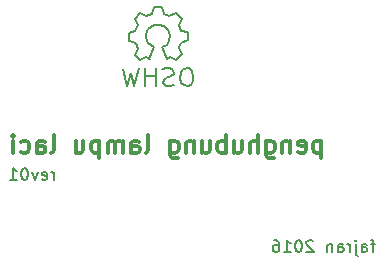
<source format=gbr>
G04 #@! TF.FileFunction,Legend,Bot*
%FSLAX46Y46*%
G04 Gerber Fmt 4.6, Leading zero omitted, Abs format (unit mm)*
G04 Created by KiCad (PCBNEW 4.0.2+e4-6225~38~ubuntu15.04.1-stable) date di 02 aug 2016 05:28:45 CEST*
%MOMM*%
G01*
G04 APERTURE LIST*
%ADD10C,0.100000*%
%ADD11C,0.150000*%
%ADD12C,0.300000*%
G04 APERTURE END LIST*
D10*
D11*
X153979334Y-126944381D02*
X153979334Y-126277714D01*
X153979334Y-126468190D02*
X153931715Y-126372952D01*
X153884096Y-126325333D01*
X153788858Y-126277714D01*
X153693619Y-126277714D01*
X152979333Y-126896762D02*
X153074571Y-126944381D01*
X153265048Y-126944381D01*
X153360286Y-126896762D01*
X153407905Y-126801524D01*
X153407905Y-126420571D01*
X153360286Y-126325333D01*
X153265048Y-126277714D01*
X153074571Y-126277714D01*
X152979333Y-126325333D01*
X152931714Y-126420571D01*
X152931714Y-126515810D01*
X153407905Y-126611048D01*
X152598381Y-126277714D02*
X152360286Y-126944381D01*
X152122190Y-126277714D01*
X151550762Y-125944381D02*
X151455523Y-125944381D01*
X151360285Y-125992000D01*
X151312666Y-126039619D01*
X151265047Y-126134857D01*
X151217428Y-126325333D01*
X151217428Y-126563429D01*
X151265047Y-126753905D01*
X151312666Y-126849143D01*
X151360285Y-126896762D01*
X151455523Y-126944381D01*
X151550762Y-126944381D01*
X151646000Y-126896762D01*
X151693619Y-126849143D01*
X151741238Y-126753905D01*
X151788857Y-126563429D01*
X151788857Y-126325333D01*
X151741238Y-126134857D01*
X151693619Y-126039619D01*
X151646000Y-125992000D01*
X151550762Y-125944381D01*
X150265047Y-126944381D02*
X150836476Y-126944381D01*
X150550762Y-126944381D02*
X150550762Y-125944381D01*
X150646000Y-126087238D01*
X150741238Y-126182476D01*
X150836476Y-126230095D01*
D12*
X176611714Y-123630571D02*
X176611714Y-125130571D01*
X176611714Y-123702000D02*
X176468857Y-123630571D01*
X176183143Y-123630571D01*
X176040286Y-123702000D01*
X175968857Y-123773429D01*
X175897428Y-123916286D01*
X175897428Y-124344857D01*
X175968857Y-124487714D01*
X176040286Y-124559143D01*
X176183143Y-124630571D01*
X176468857Y-124630571D01*
X176611714Y-124559143D01*
X174683143Y-124559143D02*
X174826000Y-124630571D01*
X175111714Y-124630571D01*
X175254571Y-124559143D01*
X175326000Y-124416286D01*
X175326000Y-123844857D01*
X175254571Y-123702000D01*
X175111714Y-123630571D01*
X174826000Y-123630571D01*
X174683143Y-123702000D01*
X174611714Y-123844857D01*
X174611714Y-123987714D01*
X175326000Y-124130571D01*
X173968857Y-123630571D02*
X173968857Y-124630571D01*
X173968857Y-123773429D02*
X173897429Y-123702000D01*
X173754571Y-123630571D01*
X173540286Y-123630571D01*
X173397429Y-123702000D01*
X173326000Y-123844857D01*
X173326000Y-124630571D01*
X171968857Y-123630571D02*
X171968857Y-124844857D01*
X172040286Y-124987714D01*
X172111714Y-125059143D01*
X172254571Y-125130571D01*
X172468857Y-125130571D01*
X172611714Y-125059143D01*
X171968857Y-124559143D02*
X172111714Y-124630571D01*
X172397428Y-124630571D01*
X172540286Y-124559143D01*
X172611714Y-124487714D01*
X172683143Y-124344857D01*
X172683143Y-123916286D01*
X172611714Y-123773429D01*
X172540286Y-123702000D01*
X172397428Y-123630571D01*
X172111714Y-123630571D01*
X171968857Y-123702000D01*
X171254571Y-124630571D02*
X171254571Y-123130571D01*
X170611714Y-124630571D02*
X170611714Y-123844857D01*
X170683143Y-123702000D01*
X170826000Y-123630571D01*
X171040285Y-123630571D01*
X171183143Y-123702000D01*
X171254571Y-123773429D01*
X169254571Y-123630571D02*
X169254571Y-124630571D01*
X169897428Y-123630571D02*
X169897428Y-124416286D01*
X169826000Y-124559143D01*
X169683142Y-124630571D01*
X169468857Y-124630571D01*
X169326000Y-124559143D01*
X169254571Y-124487714D01*
X168540285Y-124630571D02*
X168540285Y-123130571D01*
X168540285Y-123702000D02*
X168397428Y-123630571D01*
X168111714Y-123630571D01*
X167968857Y-123702000D01*
X167897428Y-123773429D01*
X167825999Y-123916286D01*
X167825999Y-124344857D01*
X167897428Y-124487714D01*
X167968857Y-124559143D01*
X168111714Y-124630571D01*
X168397428Y-124630571D01*
X168540285Y-124559143D01*
X166540285Y-123630571D02*
X166540285Y-124630571D01*
X167183142Y-123630571D02*
X167183142Y-124416286D01*
X167111714Y-124559143D01*
X166968856Y-124630571D01*
X166754571Y-124630571D01*
X166611714Y-124559143D01*
X166540285Y-124487714D01*
X165825999Y-123630571D02*
X165825999Y-124630571D01*
X165825999Y-123773429D02*
X165754571Y-123702000D01*
X165611713Y-123630571D01*
X165397428Y-123630571D01*
X165254571Y-123702000D01*
X165183142Y-123844857D01*
X165183142Y-124630571D01*
X163825999Y-123630571D02*
X163825999Y-124844857D01*
X163897428Y-124987714D01*
X163968856Y-125059143D01*
X164111713Y-125130571D01*
X164325999Y-125130571D01*
X164468856Y-125059143D01*
X163825999Y-124559143D02*
X163968856Y-124630571D01*
X164254570Y-124630571D01*
X164397428Y-124559143D01*
X164468856Y-124487714D01*
X164540285Y-124344857D01*
X164540285Y-123916286D01*
X164468856Y-123773429D01*
X164397428Y-123702000D01*
X164254570Y-123630571D01*
X163968856Y-123630571D01*
X163825999Y-123702000D01*
X161754570Y-124630571D02*
X161897428Y-124559143D01*
X161968856Y-124416286D01*
X161968856Y-123130571D01*
X160540285Y-124630571D02*
X160540285Y-123844857D01*
X160611714Y-123702000D01*
X160754571Y-123630571D01*
X161040285Y-123630571D01*
X161183142Y-123702000D01*
X160540285Y-124559143D02*
X160683142Y-124630571D01*
X161040285Y-124630571D01*
X161183142Y-124559143D01*
X161254571Y-124416286D01*
X161254571Y-124273429D01*
X161183142Y-124130571D01*
X161040285Y-124059143D01*
X160683142Y-124059143D01*
X160540285Y-123987714D01*
X159825999Y-124630571D02*
X159825999Y-123630571D01*
X159825999Y-123773429D02*
X159754571Y-123702000D01*
X159611713Y-123630571D01*
X159397428Y-123630571D01*
X159254571Y-123702000D01*
X159183142Y-123844857D01*
X159183142Y-124630571D01*
X159183142Y-123844857D02*
X159111713Y-123702000D01*
X158968856Y-123630571D01*
X158754571Y-123630571D01*
X158611713Y-123702000D01*
X158540285Y-123844857D01*
X158540285Y-124630571D01*
X157825999Y-123630571D02*
X157825999Y-125130571D01*
X157825999Y-123702000D02*
X157683142Y-123630571D01*
X157397428Y-123630571D01*
X157254571Y-123702000D01*
X157183142Y-123773429D01*
X157111713Y-123916286D01*
X157111713Y-124344857D01*
X157183142Y-124487714D01*
X157254571Y-124559143D01*
X157397428Y-124630571D01*
X157683142Y-124630571D01*
X157825999Y-124559143D01*
X155825999Y-123630571D02*
X155825999Y-124630571D01*
X156468856Y-123630571D02*
X156468856Y-124416286D01*
X156397428Y-124559143D01*
X156254570Y-124630571D01*
X156040285Y-124630571D01*
X155897428Y-124559143D01*
X155825999Y-124487714D01*
X153754570Y-124630571D02*
X153897428Y-124559143D01*
X153968856Y-124416286D01*
X153968856Y-123130571D01*
X152540285Y-124630571D02*
X152540285Y-123844857D01*
X152611714Y-123702000D01*
X152754571Y-123630571D01*
X153040285Y-123630571D01*
X153183142Y-123702000D01*
X152540285Y-124559143D02*
X152683142Y-124630571D01*
X153040285Y-124630571D01*
X153183142Y-124559143D01*
X153254571Y-124416286D01*
X153254571Y-124273429D01*
X153183142Y-124130571D01*
X153040285Y-124059143D01*
X152683142Y-124059143D01*
X152540285Y-123987714D01*
X151183142Y-124559143D02*
X151325999Y-124630571D01*
X151611713Y-124630571D01*
X151754571Y-124559143D01*
X151825999Y-124487714D01*
X151897428Y-124344857D01*
X151897428Y-123916286D01*
X151825999Y-123773429D01*
X151754571Y-123702000D01*
X151611713Y-123630571D01*
X151325999Y-123630571D01*
X151183142Y-123702000D01*
X150540285Y-124630571D02*
X150540285Y-123630571D01*
X150540285Y-123130571D02*
X150611714Y-123202000D01*
X150540285Y-123273429D01*
X150468857Y-123202000D01*
X150540285Y-123130571D01*
X150540285Y-123273429D01*
D11*
X181164953Y-132373714D02*
X180784001Y-132373714D01*
X181022096Y-133040381D02*
X181022096Y-132183238D01*
X180974477Y-132088000D01*
X180879239Y-132040381D01*
X180784001Y-132040381D01*
X180022095Y-133040381D02*
X180022095Y-132516571D01*
X180069714Y-132421333D01*
X180164952Y-132373714D01*
X180355429Y-132373714D01*
X180450667Y-132421333D01*
X180022095Y-132992762D02*
X180117333Y-133040381D01*
X180355429Y-133040381D01*
X180450667Y-132992762D01*
X180498286Y-132897524D01*
X180498286Y-132802286D01*
X180450667Y-132707048D01*
X180355429Y-132659429D01*
X180117333Y-132659429D01*
X180022095Y-132611810D01*
X179545905Y-132373714D02*
X179545905Y-133230857D01*
X179593524Y-133326095D01*
X179688762Y-133373714D01*
X179736381Y-133373714D01*
X179545905Y-132040381D02*
X179593524Y-132088000D01*
X179545905Y-132135619D01*
X179498286Y-132088000D01*
X179545905Y-132040381D01*
X179545905Y-132135619D01*
X179069715Y-133040381D02*
X179069715Y-132373714D01*
X179069715Y-132564190D02*
X179022096Y-132468952D01*
X178974477Y-132421333D01*
X178879239Y-132373714D01*
X178784000Y-132373714D01*
X178022095Y-133040381D02*
X178022095Y-132516571D01*
X178069714Y-132421333D01*
X178164952Y-132373714D01*
X178355429Y-132373714D01*
X178450667Y-132421333D01*
X178022095Y-132992762D02*
X178117333Y-133040381D01*
X178355429Y-133040381D01*
X178450667Y-132992762D01*
X178498286Y-132897524D01*
X178498286Y-132802286D01*
X178450667Y-132707048D01*
X178355429Y-132659429D01*
X178117333Y-132659429D01*
X178022095Y-132611810D01*
X177545905Y-132373714D02*
X177545905Y-133040381D01*
X177545905Y-132468952D02*
X177498286Y-132421333D01*
X177403048Y-132373714D01*
X177260190Y-132373714D01*
X177164952Y-132421333D01*
X177117333Y-132516571D01*
X177117333Y-133040381D01*
X175926857Y-132135619D02*
X175879238Y-132088000D01*
X175784000Y-132040381D01*
X175545904Y-132040381D01*
X175450666Y-132088000D01*
X175403047Y-132135619D01*
X175355428Y-132230857D01*
X175355428Y-132326095D01*
X175403047Y-132468952D01*
X175974476Y-133040381D01*
X175355428Y-133040381D01*
X174736381Y-132040381D02*
X174641142Y-132040381D01*
X174545904Y-132088000D01*
X174498285Y-132135619D01*
X174450666Y-132230857D01*
X174403047Y-132421333D01*
X174403047Y-132659429D01*
X174450666Y-132849905D01*
X174498285Y-132945143D01*
X174545904Y-132992762D01*
X174641142Y-133040381D01*
X174736381Y-133040381D01*
X174831619Y-132992762D01*
X174879238Y-132945143D01*
X174926857Y-132849905D01*
X174974476Y-132659429D01*
X174974476Y-132421333D01*
X174926857Y-132230857D01*
X174879238Y-132135619D01*
X174831619Y-132088000D01*
X174736381Y-132040381D01*
X173450666Y-133040381D02*
X174022095Y-133040381D01*
X173736381Y-133040381D02*
X173736381Y-132040381D01*
X173831619Y-132183238D01*
X173926857Y-132278476D01*
X174022095Y-132326095D01*
X172593523Y-132040381D02*
X172784000Y-132040381D01*
X172879238Y-132088000D01*
X172926857Y-132135619D01*
X173022095Y-132278476D01*
X173069714Y-132468952D01*
X173069714Y-132849905D01*
X173022095Y-132945143D01*
X172974476Y-132992762D01*
X172879238Y-133040381D01*
X172688761Y-133040381D01*
X172593523Y-132992762D01*
X172545904Y-132945143D01*
X172498285Y-132849905D01*
X172498285Y-132611810D01*
X172545904Y-132516571D01*
X172593523Y-132468952D01*
X172688761Y-132421333D01*
X172879238Y-132421333D01*
X172974476Y-132468952D01*
X173022095Y-132516571D01*
X173069714Y-132611810D01*
X161145220Y-117497860D02*
X160784540Y-118968520D01*
X160784540Y-118968520D02*
X160505140Y-117906800D01*
X160505140Y-117906800D02*
X160195260Y-118978680D01*
X160195260Y-118978680D02*
X159854900Y-117528340D01*
X162565080Y-118188740D02*
X161775140Y-118178580D01*
X161775140Y-118178580D02*
X161764980Y-118188740D01*
X161764980Y-118188740D02*
X161764980Y-118178580D01*
X161724340Y-117467380D02*
X161724340Y-119009160D01*
X162613340Y-117457220D02*
X162613340Y-119026940D01*
X162613340Y-119026940D02*
X162603180Y-119016780D01*
X163164520Y-117558820D02*
X163515040Y-117477540D01*
X163515040Y-117477540D02*
X163835080Y-117467380D01*
X163835080Y-117467380D02*
X164073840Y-117668040D01*
X164073840Y-117668040D02*
X164104320Y-117937280D01*
X164104320Y-117937280D02*
X163863020Y-118178580D01*
X163863020Y-118178580D02*
X163474400Y-118308120D01*
X163474400Y-118308120D02*
X163294060Y-118468140D01*
X163294060Y-118468140D02*
X163253420Y-118767860D01*
X163253420Y-118767860D02*
X163484560Y-118988840D01*
X163484560Y-118988840D02*
X163804600Y-119016780D01*
X163804600Y-119016780D02*
X164155120Y-118907560D01*
X165193980Y-117457220D02*
X165442900Y-117477540D01*
X165442900Y-117477540D02*
X165684200Y-117718840D01*
X165684200Y-117718840D02*
X165773100Y-118209060D01*
X165773100Y-118209060D02*
X165745160Y-118557040D01*
X165745160Y-118557040D02*
X165544500Y-118877080D01*
X165544500Y-118877080D02*
X165293040Y-118999000D01*
X165293040Y-118999000D02*
X164983160Y-118927880D01*
X164983160Y-118927880D02*
X164764720Y-118747540D01*
X164764720Y-118747540D02*
X164693600Y-118287800D01*
X164693600Y-118287800D02*
X164744400Y-117878860D01*
X164744400Y-117878860D02*
X164853620Y-117596920D01*
X164853620Y-117596920D02*
X165214300Y-117467380D01*
X164594540Y-115737640D02*
X164853620Y-116298980D01*
X164853620Y-116298980D02*
X164315140Y-116817140D01*
X164315140Y-116817140D02*
X163794440Y-116547900D01*
X163794440Y-116547900D02*
X163515040Y-116707920D01*
X162074860Y-116687600D02*
X161744660Y-116497100D01*
X161744660Y-116497100D02*
X161305240Y-116827300D01*
X161305240Y-116827300D02*
X160832800Y-116337080D01*
X160832800Y-116337080D02*
X161114740Y-115857020D01*
X161114740Y-115857020D02*
X160924240Y-115387120D01*
X160924240Y-115387120D02*
X160314640Y-115199160D01*
X160314640Y-115199160D02*
X160314640Y-114518440D01*
X160314640Y-114518440D02*
X160873440Y-114378740D01*
X160873440Y-114378740D02*
X161074100Y-113807240D01*
X161074100Y-113807240D02*
X160804860Y-113337340D01*
X160804860Y-113337340D02*
X161274760Y-112826800D01*
X161274760Y-112826800D02*
X161792920Y-113088420D01*
X161792920Y-113088420D02*
X162262820Y-112887760D01*
X162262820Y-112887760D02*
X162433000Y-112346740D01*
X162433000Y-112346740D02*
X163123880Y-112328960D01*
X163123880Y-112328960D02*
X163334700Y-112877600D01*
X163334700Y-112877600D02*
X163753800Y-113047780D01*
X163753800Y-113047780D02*
X164304980Y-112778540D01*
X164304980Y-112778540D02*
X164823140Y-113306860D01*
X164823140Y-113306860D02*
X164574220Y-113847880D01*
X164574220Y-113847880D02*
X164744400Y-114327940D01*
X164744400Y-114327940D02*
X165293040Y-114427000D01*
X165293040Y-114427000D02*
X165303200Y-115128040D01*
X165303200Y-115128040D02*
X164744400Y-115328700D01*
X164744400Y-115328700D02*
X164604700Y-115727480D01*
X162463480Y-115707160D02*
X162163760Y-115557300D01*
X162163760Y-115557300D02*
X161963100Y-115359180D01*
X161963100Y-115359180D02*
X161813240Y-114957860D01*
X161813240Y-114957860D02*
X161813240Y-114559080D01*
X161813240Y-114559080D02*
X161963100Y-114208560D01*
X161963100Y-114208560D02*
X162415220Y-113858040D01*
X162415220Y-113858040D02*
X162864800Y-113807240D01*
X162864800Y-113807240D02*
X163263580Y-113908840D01*
X163263580Y-113908840D02*
X163664900Y-114256820D01*
X163664900Y-114256820D02*
X163814760Y-114708940D01*
X163814760Y-114708940D02*
X163763960Y-115206780D01*
X163763960Y-115206780D02*
X163515040Y-115509040D01*
X163515040Y-115509040D02*
X163164520Y-115707160D01*
X163164520Y-115707160D02*
X163515040Y-116707920D01*
X162463480Y-115707160D02*
X162064700Y-116707920D01*
M02*

</source>
